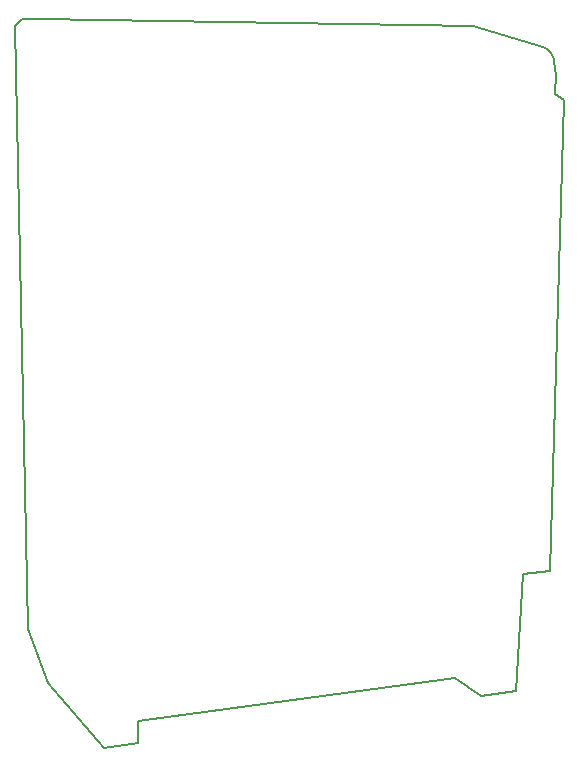
<source format=gm1>
%TF.GenerationSoftware,KiCad,Pcbnew,(6.0.7-1)-1*%
%TF.CreationDate,2022-09-29T19:12:14-05:00*%
%TF.ProjectId,vectrex-sao,76656374-7265-4782-9d73-616f2e6b6963,rev?*%
%TF.SameCoordinates,Original*%
%TF.FileFunction,Profile,NP*%
%FSLAX46Y46*%
G04 Gerber Fmt 4.6, Leading zero omitted, Abs format (unit mm)*
G04 Created by KiCad (PCBNEW (6.0.7-1)-1) date 2022-09-29 19:12:14*
%MOMM*%
%LPD*%
G01*
G04 APERTURE LIST*
%TA.AperFunction,Profile*%
%ADD10C,0.150000*%
%TD*%
G04 APERTURE END LIST*
D10*
X143475000Y-115200000D02*
X142900000Y-125075000D01*
X101075000Y-68175000D02*
X102575000Y-68175000D01*
X145873377Y-71078959D02*
X146100000Y-71550000D01*
X108075000Y-129900000D02*
X103300000Y-124425000D01*
X146950000Y-75050000D02*
X145825000Y-114950000D01*
X110900000Y-129475000D02*
X108075000Y-129900000D01*
X145873377Y-71078959D02*
G75*
G03*
X145200000Y-70550001I-973377J-546041D01*
G01*
X146250000Y-74550000D02*
X146298071Y-72875142D01*
X101600000Y-119825000D02*
X100475000Y-68775000D01*
X140000000Y-125550000D02*
X137725000Y-124025000D01*
X145825000Y-114950000D02*
X143475000Y-115200000D01*
X137725000Y-124025000D02*
X110900000Y-127625000D01*
X142900000Y-125075000D02*
X140000000Y-125550000D01*
X146950000Y-75050000D02*
X146250000Y-74550000D01*
X102575000Y-68175000D02*
X139275000Y-68775000D01*
X139275000Y-68775000D02*
X145200000Y-70550000D01*
X100475000Y-68775000D02*
X101075000Y-68175000D01*
X110900000Y-127625000D02*
X110900000Y-129475000D01*
X103300000Y-124425000D02*
X101600000Y-119825000D01*
X146298071Y-72875142D02*
G75*
G03*
X146099999Y-71550000I-4698071J-24858D01*
G01*
M02*

</source>
